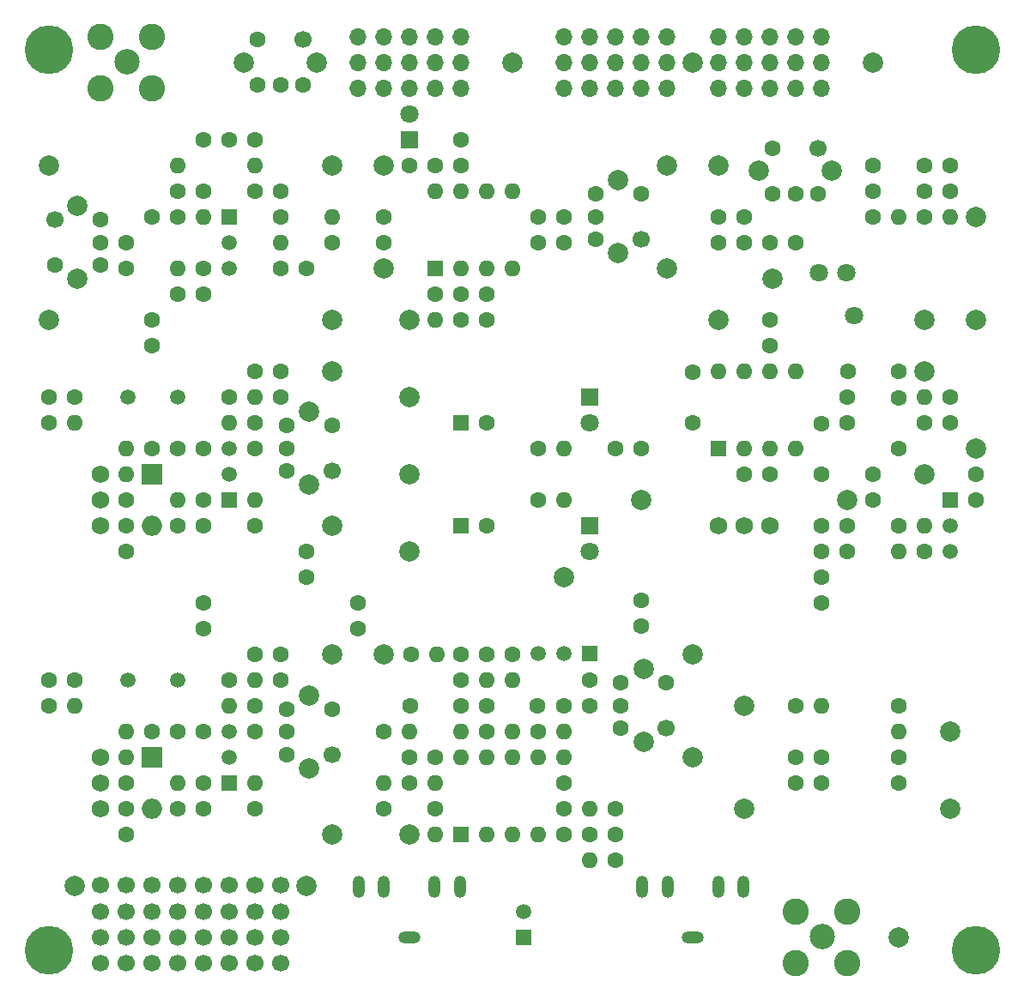
<source format=gbr>
%TF.GenerationSoftware,KiCad,Pcbnew,7.0.2-0*%
%TF.CreationDate,2024-06-16T14:43:20+09:00*%
%TF.ProjectId,am-pcb3,616d2d70-6362-4332-9e6b-696361645f70,rev?*%
%TF.SameCoordinates,Original*%
%TF.FileFunction,Soldermask,Top*%
%TF.FilePolarity,Negative*%
%FSLAX46Y46*%
G04 Gerber Fmt 4.6, Leading zero omitted, Abs format (unit mm)*
G04 Created by KiCad (PCBNEW 7.0.2-0) date 2024-06-16 14:43:20*
%MOMM*%
%LPD*%
G01*
G04 APERTURE LIST*
%ADD10C,4.800000*%
%ADD11C,1.600000*%
%ADD12O,1.600000X1.600000*%
%ADD13C,2.000000*%
%ADD14R,1.500000X1.500000*%
%ADD15C,1.500000*%
%ADD16C,1.700000*%
%ADD17R,1.600000X1.600000*%
%ADD18R,1.800000X1.800000*%
%ADD19C,1.800000*%
%ADD20O,1.700000X1.700000*%
%ADD21C,2.600000*%
%ADD22C,2.500000*%
%ADD23R,2.000000X2.000000*%
%ADD24O,2.000000X2.000000*%
%ADD25C,1.750000*%
%ADD26O,2.200000X1.200000*%
%ADD27O,1.200000X2.200000*%
G04 APERTURE END LIST*
D10*
%TO.C,Z3*%
X180340000Y-133350000D03*
%TD*%
D11*
%TO.C,R83*%
X213381685Y-111760000D03*
D12*
X215921685Y-111760000D03*
%TD*%
D11*
%TO.C,R24*%
X193040000Y-91440000D03*
D12*
X193040000Y-88900000D03*
%TD*%
D13*
%TO.C,TP64*%
X213360000Y-104140000D03*
%TD*%
%TO.C,TP8*%
X208280000Y-121920000D03*
%TD*%
D11*
%TO.C,C8*%
X210820000Y-101600000D03*
X210820000Y-99060000D03*
%TD*%
%TO.C,C54*%
X264160000Y-78820000D03*
X264160000Y-83820000D03*
%TD*%
D13*
%TO.C,TP91*%
X208280000Y-71120000D03*
%TD*%
D11*
%TO.C,L71*%
X231161685Y-109220000D03*
D12*
X231161685Y-111760000D03*
%TD*%
D11*
%TO.C,L61*%
X190500000Y-111760000D03*
D12*
X187960000Y-111760000D03*
%TD*%
D14*
%TO.C,Q61*%
X198120000Y-116840000D03*
D15*
X198120000Y-114300000D03*
X198120000Y-111760000D03*
%TD*%
D11*
%TO.C,C16*%
X195580000Y-66040000D03*
X195580000Y-68580000D03*
%TD*%
D16*
%TO.C,J85*%
X185420000Y-134620000D03*
X187960000Y-134620000D03*
X190500000Y-134620000D03*
X193040000Y-134620000D03*
X195580000Y-134620000D03*
X198120000Y-134620000D03*
X200660000Y-134620000D03*
X203200000Y-134620000D03*
X185420000Y-132080000D03*
X187960000Y-132080000D03*
X190500000Y-132080000D03*
X193040000Y-132080000D03*
X195580000Y-132080000D03*
X198120000Y-132080000D03*
X200660000Y-132080000D03*
X203200000Y-132080000D03*
X185420000Y-129540000D03*
X187960000Y-129540000D03*
X190540000Y-129540000D03*
X193040000Y-129540000D03*
X195580000Y-129540000D03*
X198120000Y-129540000D03*
X200660000Y-129540000D03*
X203200000Y-129540000D03*
X185420000Y-126960000D03*
X187960000Y-126960000D03*
X190540000Y-126960000D03*
X193040000Y-126960000D03*
X195580000Y-126960000D03*
X198120000Y-126960000D03*
X200660000Y-126960000D03*
X203200000Y-126960000D03*
%TD*%
D17*
%TO.C,U71*%
X220990000Y-121910000D03*
D12*
X223530000Y-121910000D03*
X226070000Y-121910000D03*
X228610000Y-121910000D03*
X228610000Y-114290000D03*
X226070000Y-114290000D03*
X223530000Y-114290000D03*
X220990000Y-114290000D03*
%TD*%
D18*
%TO.C,D82*%
X233680000Y-91440000D03*
D19*
X233680000Y-93980000D03*
%TD*%
D11*
%TO.C,R74*%
X223541685Y-111760000D03*
D12*
X221001685Y-111760000D03*
%TD*%
D11*
%TO.C,C37*%
X220980000Y-55880000D03*
X220980000Y-53340000D03*
%TD*%
D13*
%TO.C,TP86*%
X182880000Y-127000000D03*
%TD*%
D11*
%TO.C,T1*%
X200950000Y-47970000D03*
X203200000Y-47970000D03*
X205450000Y-47970000D03*
D16*
X205450000Y-43470000D03*
D11*
X200950000Y-43470000D03*
D13*
X199600000Y-45720000D03*
X206800000Y-45720000D03*
%TD*%
%TO.C,TP24*%
X215900000Y-71120000D03*
%TD*%
D20*
%TO.C,J83*%
X246380000Y-48260000D03*
X248920000Y-48260000D03*
X251460000Y-48260000D03*
X254000000Y-48260000D03*
X256540000Y-48260000D03*
X246380000Y-45720000D03*
X248920000Y-45720000D03*
X251460000Y-45720000D03*
X254000000Y-45720000D03*
X256540000Y-45720000D03*
X246380000Y-43180000D03*
X248920000Y-43180000D03*
X251460000Y-43180000D03*
X254000000Y-43180000D03*
X256540000Y-43180000D03*
%TD*%
D11*
%TO.C,R80*%
X236249000Y-119380000D03*
D12*
X233709000Y-119380000D03*
%TD*%
D11*
%TO.C,C21*%
X180340000Y-78740000D03*
X180340000Y-81280000D03*
%TD*%
%TO.C,C34*%
X228600000Y-60960000D03*
X228600000Y-63500000D03*
%TD*%
D13*
%TO.C,TP85*%
X226060000Y-45720000D03*
%TD*%
D11*
%TO.C,R12*%
X208280000Y-63500000D03*
D12*
X208280000Y-60960000D03*
%TD*%
D11*
%TO.C,C55*%
X271790000Y-86350000D03*
X271790000Y-88890000D03*
%TD*%
%TO.C,C61*%
X243850000Y-81270000D03*
X243850000Y-76270000D03*
%TD*%
%TO.C,C23*%
X200660000Y-81280000D03*
X200660000Y-83820000D03*
%TD*%
%TO.C,C76*%
X215900000Y-116840000D03*
X215900000Y-114300000D03*
%TD*%
%TO.C,R71*%
X226081685Y-104111000D03*
D12*
X226081685Y-106651000D03*
%TD*%
D11*
%TO.C,R62*%
X216125000Y-104140000D03*
D12*
X218665000Y-104140000D03*
%TD*%
D11*
%TO.C,R11*%
X200660000Y-53340000D03*
D12*
X200660000Y-55880000D03*
%TD*%
D13*
%TO.C,TP73*%
X243840000Y-104140000D03*
%TD*%
D10*
%TO.C,Z1*%
X271780000Y-44450000D03*
%TD*%
D11*
%TO.C,C33*%
X218440000Y-68580000D03*
X220980000Y-68580000D03*
%TD*%
%TO.C,R64*%
X193040000Y-119380000D03*
D12*
X193040000Y-116840000D03*
%TD*%
D13*
%TO.C,TP96*%
X213360000Y-66040000D03*
%TD*%
D11*
%TO.C,C66*%
X195580000Y-116840000D03*
X195580000Y-119380000D03*
%TD*%
%TO.C,R68*%
X200660000Y-119380000D03*
D12*
X200660000Y-116840000D03*
%TD*%
D11*
%TO.C,C52*%
X261620000Y-88890000D03*
X261620000Y-86350000D03*
%TD*%
D14*
%TO.C,Q11*%
X198120000Y-60960000D03*
D15*
X198120000Y-63500000D03*
X198120000Y-66040000D03*
%TD*%
D11*
%TO.C,C71*%
X236241685Y-121920000D03*
X236241685Y-124460000D03*
%TD*%
D13*
%TO.C,TP1*%
X215900000Y-78740000D03*
%TD*%
D11*
%TO.C,C44*%
X269240000Y-58420000D03*
X269240000Y-55880000D03*
%TD*%
%TO.C,C60*%
X248930000Y-86350000D03*
X251470000Y-86350000D03*
%TD*%
%TO.C,C22*%
X203200000Y-76200000D03*
X203200000Y-78740000D03*
%TD*%
D14*
%TO.C,U1*%
X227140000Y-132080000D03*
D15*
X227140000Y-129540000D03*
%TD*%
D11*
%TO.C,R21*%
X200660000Y-76200000D03*
D12*
X200660000Y-78740000D03*
%TD*%
D11*
%TO.C,C72*%
X233680000Y-106680000D03*
X233680000Y-109220000D03*
%TD*%
%TO.C,R53*%
X269240000Y-78740000D03*
D12*
X266700000Y-78740000D03*
%TD*%
D11*
%TO.C,C59*%
X259170000Y-76190000D03*
X264170000Y-76190000D03*
%TD*%
D21*
%TO.C,J3*%
X254000000Y-129540000D03*
X254000000Y-134620000D03*
X259080000Y-129540000D03*
X259080000Y-134620000D03*
D22*
X256640000Y-132005000D03*
%TD*%
D13*
%TO.C,TP87*%
X243840000Y-45720000D03*
%TD*%
D23*
%TO.C,D21*%
X190500000Y-86360000D03*
D24*
X190500000Y-91440000D03*
%TD*%
D13*
%TO.C,TP5*%
X266710000Y-76190000D03*
%TD*%
D15*
%TO.C,X61*%
X188160000Y-106680000D03*
X193040000Y-106680000D03*
%TD*%
D13*
%TO.C,TP6*%
X266700000Y-86360000D03*
%TD*%
%TO.C,TP99*%
X248920000Y-119380000D03*
%TD*%
%TO.C,TP44*%
X271790000Y-83810000D03*
%TD*%
D11*
%TO.C,C82*%
X256540000Y-114300000D03*
X256540000Y-116840000D03*
%TD*%
%TO.C,R52*%
X264170000Y-91430000D03*
D12*
X264170000Y-93970000D03*
%TD*%
D11*
%TO.C,R79*%
X231161685Y-116869000D03*
D12*
X231161685Y-114329000D03*
%TD*%
D11*
%TO.C,C35*%
X231140000Y-60960000D03*
X231140000Y-63500000D03*
%TD*%
D18*
%TO.C,D31*%
X215900000Y-53340000D03*
D19*
X215900000Y-50800000D03*
%TD*%
D15*
%TO.C,X21*%
X188160000Y-78740000D03*
X193040000Y-78740000D03*
%TD*%
D13*
%TO.C,TP23*%
X208280000Y-76200000D03*
%TD*%
D11*
%TO.C,L11*%
X203200000Y-60960000D03*
D12*
X203200000Y-63500000D03*
%TD*%
D11*
%TO.C,T21*%
X203780000Y-81570000D03*
X203780000Y-83820000D03*
X203780000Y-86070000D03*
D16*
X208280000Y-86070000D03*
D11*
X208280000Y-81570000D03*
D13*
X206030000Y-80220000D03*
X206030000Y-87420000D03*
%TD*%
D11*
%TO.C,C41*%
X246380000Y-60960000D03*
X248920000Y-60960000D03*
%TD*%
%TO.C,R75*%
X213371685Y-119380000D03*
D12*
X213371685Y-116840000D03*
%TD*%
D11*
%TO.C,C64*%
X200660000Y-109220000D03*
X200660000Y-111760000D03*
%TD*%
D13*
%TO.C,TP53*%
X238760000Y-88900000D03*
%TD*%
D11*
%TO.C,C7*%
X195580000Y-101600000D03*
X195580000Y-99060000D03*
%TD*%
%TO.C,C83*%
X264160000Y-114300000D03*
X264160000Y-116840000D03*
%TD*%
D14*
%TO.C,Q21*%
X198120000Y-88900000D03*
D15*
X198120000Y-86360000D03*
X198120000Y-83820000D03*
%TD*%
D19*
%TO.C,U81*%
X256278400Y-66471800D03*
X258978400Y-66471800D03*
X259778400Y-70671800D03*
%TD*%
D13*
%TO.C,TP92*%
X241300000Y-66040000D03*
%TD*%
%TO.C,TP84*%
X266700000Y-71120000D03*
%TD*%
D11*
%TO.C,C2*%
X190500000Y-73660000D03*
X190500000Y-71120000D03*
%TD*%
%TO.C,C9*%
X238781685Y-101324315D03*
X238781685Y-98784315D03*
%TD*%
%TO.C,C65*%
X193040000Y-111760000D03*
X195580000Y-111760000D03*
%TD*%
D13*
%TO.C,TP3*%
X180340000Y-55880000D03*
%TD*%
D11*
%TO.C,C13*%
X205740000Y-66040000D03*
X203200000Y-66040000D03*
%TD*%
%TO.C,R65*%
X182880000Y-106680000D03*
D12*
X182880000Y-109220000D03*
%TD*%
D11*
%TO.C,R54*%
X266710000Y-93970000D03*
D12*
X266710000Y-91430000D03*
%TD*%
D18*
%TO.C,D81*%
X233680000Y-78740000D03*
D19*
X233680000Y-81280000D03*
%TD*%
D11*
%TO.C,R14*%
X193040000Y-68580000D03*
D12*
X193040000Y-66040000D03*
%TD*%
D11*
%TO.C,R27*%
X187960000Y-88900000D03*
D12*
X187960000Y-86360000D03*
%TD*%
D25*
%TO.C,R55*%
X246390000Y-91430000D03*
X248930000Y-91430000D03*
X251470000Y-91430000D03*
%TD*%
D13*
%TO.C,TP54*%
X259080000Y-88900000D03*
%TD*%
%TO.C,TP83*%
X251735000Y-67085000D03*
%TD*%
D21*
%TO.C,J4*%
X185420000Y-43180000D03*
X185420000Y-48260000D03*
X190500000Y-43180000D03*
X190500000Y-48260000D03*
D22*
X188060000Y-45645000D03*
%TD*%
D13*
%TO.C,TP11*%
X215900000Y-93980000D03*
%TD*%
D11*
%TO.C,C32*%
X213360000Y-60960000D03*
X213360000Y-63500000D03*
%TD*%
%TO.C,R13*%
X193040000Y-58420000D03*
D12*
X193040000Y-55880000D03*
%TD*%
D17*
%TO.C,C1*%
X220980000Y-81280000D03*
D11*
X223520000Y-81280000D03*
%TD*%
%TO.C,C84*%
X236220000Y-83820000D03*
X238760000Y-83820000D03*
%TD*%
%TO.C,C43*%
X266700000Y-58420000D03*
X266700000Y-55880000D03*
%TD*%
%TO.C,C12*%
X200660000Y-58420000D03*
X203200000Y-58420000D03*
%TD*%
D23*
%TO.C,D61*%
X190500000Y-114300000D03*
D24*
X190500000Y-119380000D03*
%TD*%
D14*
%TO.C,IC51*%
X269250000Y-88890000D03*
D15*
X269250000Y-91430000D03*
X269250000Y-93970000D03*
%TD*%
D11*
%TO.C,C51*%
X269240000Y-81280000D03*
X266700000Y-81280000D03*
%TD*%
%TO.C,R81*%
X228600000Y-83820000D03*
D12*
X231140000Y-83820000D03*
%TD*%
D11*
%TO.C,R73*%
X228621685Y-111760000D03*
D12*
X226081685Y-111760000D03*
%TD*%
D11*
%TO.C,L21*%
X190500000Y-83820000D03*
D12*
X187960000Y-83820000D03*
%TD*%
D11*
%TO.C,C4*%
X205740000Y-96520000D03*
X205740000Y-93980000D03*
%TD*%
%TO.C,C3*%
X256550000Y-96510000D03*
X256550000Y-99050000D03*
%TD*%
D13*
%TO.C,TP63*%
X208280000Y-104140000D03*
%TD*%
D11*
%TO.C,R61*%
X200660000Y-104140000D03*
D12*
X200660000Y-106680000D03*
%TD*%
D20*
%TO.C,J82*%
X210820000Y-48260000D03*
X213360000Y-48260000D03*
X215900000Y-48260000D03*
X218440000Y-48260000D03*
X220980000Y-48260000D03*
X210820000Y-45720000D03*
X213360000Y-45720000D03*
X215900000Y-45720000D03*
X218440000Y-45720000D03*
X220980000Y-45720000D03*
X210820000Y-43180000D03*
X213360000Y-43180000D03*
X215900000Y-43180000D03*
X218440000Y-43180000D03*
X220980000Y-43180000D03*
%TD*%
D13*
%TO.C,TP7*%
X215911685Y-121920000D03*
%TD*%
D11*
%TO.C,C74*%
X231161685Y-119380000D03*
X231161685Y-121920000D03*
%TD*%
D17*
%TO.C,C6*%
X220980000Y-91440000D03*
D11*
X223520000Y-91440000D03*
%TD*%
%TO.C,R82*%
X228600000Y-88900000D03*
D12*
X231140000Y-88900000D03*
%TD*%
D11*
%TO.C,L42*%
X266700000Y-60960000D03*
D12*
X269240000Y-60960000D03*
%TD*%
D13*
%TO.C,TP95*%
X243861685Y-114300000D03*
%TD*%
D11*
%TO.C,R72*%
X223520000Y-104111000D03*
D12*
X223520000Y-106651000D03*
%TD*%
D11*
%TO.C,C15*%
X187960000Y-63500000D03*
X187960000Y-66040000D03*
%TD*%
D13*
%TO.C,TP97*%
X271780000Y-71120000D03*
%TD*%
%TO.C,TP13*%
X208280000Y-55881000D03*
%TD*%
D17*
%TO.C,U31*%
X218440000Y-66040000D03*
D12*
X220980000Y-66040000D03*
X223520000Y-66040000D03*
X226060000Y-66040000D03*
X226060000Y-58420000D03*
X223520000Y-58420000D03*
X220980000Y-58420000D03*
X218440000Y-58420000D03*
%TD*%
D11*
%TO.C,R63*%
X198120000Y-106680000D03*
D12*
X198120000Y-109220000D03*
%TD*%
D11*
%TO.C,R78*%
X218440000Y-114271000D03*
D12*
X218440000Y-116811000D03*
%TD*%
D11*
%TO.C,T71*%
X236764000Y-111470000D03*
X236764000Y-109220000D03*
X236764000Y-106970000D03*
X241264000Y-106970000D03*
D16*
X241264000Y-111470000D03*
D13*
X239014000Y-105620000D03*
X239014000Y-112820000D03*
%TD*%
D11*
%TO.C,C36*%
X223520000Y-71120000D03*
X223520000Y-68580000D03*
%TD*%
%TO.C,C67*%
X187960000Y-119380000D03*
X187960000Y-121920000D03*
%TD*%
%TO.C,T41*%
X251750000Y-58684600D03*
X254000000Y-58684600D03*
X256250000Y-58684600D03*
D16*
X256250000Y-54184600D03*
D11*
X251750000Y-54184600D03*
D13*
X250400000Y-56434600D03*
X257600000Y-56434600D03*
%TD*%
D11*
%TO.C,C58*%
X256540000Y-91440000D03*
X259080000Y-91440000D03*
%TD*%
%TO.C,R77*%
X218440000Y-119351000D03*
D12*
X218440000Y-121891000D03*
%TD*%
D11*
%TO.C,L41*%
X261620000Y-60960000D03*
D12*
X264160000Y-60960000D03*
%TD*%
D11*
%TO.C,C63*%
X203200000Y-104140000D03*
X203200000Y-106680000D03*
%TD*%
D13*
%TO.C,TP33*%
X241300000Y-55880000D03*
%TD*%
D11*
%TO.C,C81*%
X254000000Y-114300000D03*
X254000000Y-116840000D03*
%TD*%
%TO.C,T61*%
X203780000Y-109535400D03*
X203780000Y-111785400D03*
X203780000Y-114035400D03*
D16*
X208280000Y-114035400D03*
D11*
X208280000Y-109535400D03*
D13*
X206030000Y-108185400D03*
X206030000Y-115385400D03*
%TD*%
%TO.C,TP10*%
X269240000Y-119380000D03*
%TD*%
D11*
%TO.C,C14*%
X190500000Y-60960000D03*
X193040000Y-60960000D03*
%TD*%
D13*
%TO.C,TP82*%
X205740000Y-127000000D03*
%TD*%
D11*
%TO.C,R15*%
X195580000Y-58420000D03*
D12*
X195580000Y-60960000D03*
%TD*%
D11*
%TO.C,C5*%
X251460000Y-73660000D03*
X251460000Y-71120000D03*
%TD*%
%TO.C,R23*%
X198120000Y-78740000D03*
D12*
X198120000Y-81280000D03*
%TD*%
D11*
%TO.C,R31*%
X220980000Y-71120000D03*
D12*
X218440000Y-71120000D03*
%TD*%
D13*
%TO.C,TP98*%
X231140000Y-96520000D03*
%TD*%
D11*
%TO.C,R25*%
X182880000Y-78740000D03*
D12*
X182880000Y-81280000D03*
%TD*%
D26*
%TO.C,J1*%
X215900000Y-132080000D03*
D27*
X210900000Y-127080000D03*
X213400000Y-127080000D03*
X220900000Y-127080000D03*
X218400000Y-127080000D03*
%TD*%
D11*
%TO.C,C46*%
X248920000Y-63500000D03*
X246380000Y-63500000D03*
%TD*%
%TO.C,C42*%
X261620000Y-58420000D03*
X261620000Y-55880000D03*
%TD*%
D10*
%TO.C,Z4*%
X180340000Y-44450000D03*
%TD*%
D13*
%TO.C,TP88*%
X264160000Y-132080000D03*
%TD*%
D11*
%TO.C,C56*%
X259090000Y-93970000D03*
X256550000Y-93970000D03*
%TD*%
%TO.C,R76*%
X233701685Y-121891000D03*
D12*
X233701685Y-124431000D03*
%TD*%
D11*
%TO.C,C53*%
X259080000Y-78740000D03*
X259080000Y-81280000D03*
%TD*%
D13*
%TO.C,TP4*%
X180340000Y-71120000D03*
%TD*%
D11*
%TO.C,C11*%
X198120000Y-53340000D03*
X195580000Y-53340000D03*
%TD*%
D13*
%TO.C,TP14*%
X213360000Y-55880000D03*
%TD*%
D11*
%TO.C,C24*%
X193040000Y-83820000D03*
X195580000Y-83820000D03*
%TD*%
%TO.C,R28*%
X200660000Y-91440000D03*
D12*
X200660000Y-88900000D03*
%TD*%
D13*
%TO.C,TP34*%
X246380000Y-55880000D03*
%TD*%
D20*
%TO.C,J81*%
X231140000Y-48260000D03*
X233680000Y-48260000D03*
X236220000Y-48260000D03*
X238760000Y-48260000D03*
X241300000Y-48260000D03*
X231140000Y-45720000D03*
X233680000Y-45720000D03*
X236220000Y-45720000D03*
X238760000Y-45720000D03*
X241300000Y-45720000D03*
X231140000Y-43180000D03*
X233680000Y-43180000D03*
X236220000Y-43180000D03*
X238760000Y-43180000D03*
X241300000Y-43180000D03*
%TD*%
D25*
%TO.C,R26*%
X185420000Y-86360000D03*
X185420000Y-88900000D03*
X185420000Y-91440000D03*
%TD*%
D11*
%TO.C,C57*%
X256540000Y-81350000D03*
X256540000Y-86350000D03*
%TD*%
%TO.C,L81*%
X254000000Y-109220000D03*
D12*
X256540000Y-109220000D03*
%TD*%
D13*
%TO.C,TP93*%
X208280000Y-91440000D03*
%TD*%
D17*
%TO.C,U51*%
X246390000Y-83810000D03*
D12*
X248930000Y-83810000D03*
X251470000Y-83810000D03*
X254010000Y-83810000D03*
X254010000Y-76190000D03*
X251470000Y-76190000D03*
X248930000Y-76190000D03*
X246390000Y-76190000D03*
%TD*%
D13*
%TO.C,TP9*%
X269240000Y-111760000D03*
%TD*%
D25*
%TO.C,R66*%
X185420000Y-114300000D03*
X185420000Y-116840000D03*
X185420000Y-119380000D03*
%TD*%
D11*
%TO.C,L82*%
X264160000Y-109220000D03*
D12*
X264160000Y-111760000D03*
%TD*%
D11*
%TO.C,C75*%
X216001685Y-109220000D03*
X221001685Y-109220000D03*
%TD*%
D26*
%TO.C,J2*%
X243880000Y-132080000D03*
D27*
X238880000Y-127080000D03*
X241380000Y-127080000D03*
X248880000Y-127080000D03*
X246380000Y-127080000D03*
%TD*%
D13*
%TO.C,TP74*%
X248920000Y-109220000D03*
%TD*%
%TO.C,TP94*%
X246380000Y-71120000D03*
%TD*%
D11*
%TO.C,C31*%
X218440000Y-55880000D03*
X215900000Y-55880000D03*
%TD*%
D10*
%TO.C,Z2*%
X271780000Y-133350000D03*
%TD*%
D13*
%TO.C,TP81*%
X261620000Y-45720000D03*
%TD*%
D11*
%TO.C,C26*%
X187960000Y-91440000D03*
X187960000Y-93980000D03*
%TD*%
D13*
%TO.C,TP2*%
X215959000Y-86360000D03*
%TD*%
D11*
%TO.C,C62*%
X180340000Y-106680000D03*
X180340000Y-109220000D03*
%TD*%
%TO.C,C25*%
X195580000Y-88900000D03*
X195580000Y-91440000D03*
%TD*%
D13*
%TO.C,TP43*%
X271780000Y-60960000D03*
%TD*%
D11*
%TO.C,C45*%
X251460000Y-63500000D03*
X254000000Y-63500000D03*
%TD*%
%TO.C,R67*%
X187960000Y-116840000D03*
D12*
X187960000Y-114300000D03*
%TD*%
D14*
%TO.C,Q71*%
X233680000Y-104034000D03*
D15*
X231140000Y-104034000D03*
X228600000Y-104034000D03*
%TD*%
D11*
%TO.C,C80*%
X221001685Y-104140000D03*
X221001685Y-106680000D03*
%TD*%
%TO.C,T12*%
X185420000Y-61250000D03*
X185420000Y-63500000D03*
X185420000Y-65750000D03*
X180920000Y-65750000D03*
D16*
X180920000Y-61250000D03*
D13*
X183170000Y-67100000D03*
X183170000Y-59900000D03*
%TD*%
D11*
%TO.C,C73*%
X223541685Y-109220000D03*
X228541685Y-109220000D03*
%TD*%
%TO.C,T31*%
X234260000Y-58710000D03*
X234260000Y-60960000D03*
X234260000Y-63210000D03*
D16*
X238760000Y-63210000D03*
D11*
X238760000Y-58710000D03*
D13*
X236510000Y-57360000D03*
X236510000Y-64560000D03*
%TD*%
M02*

</source>
